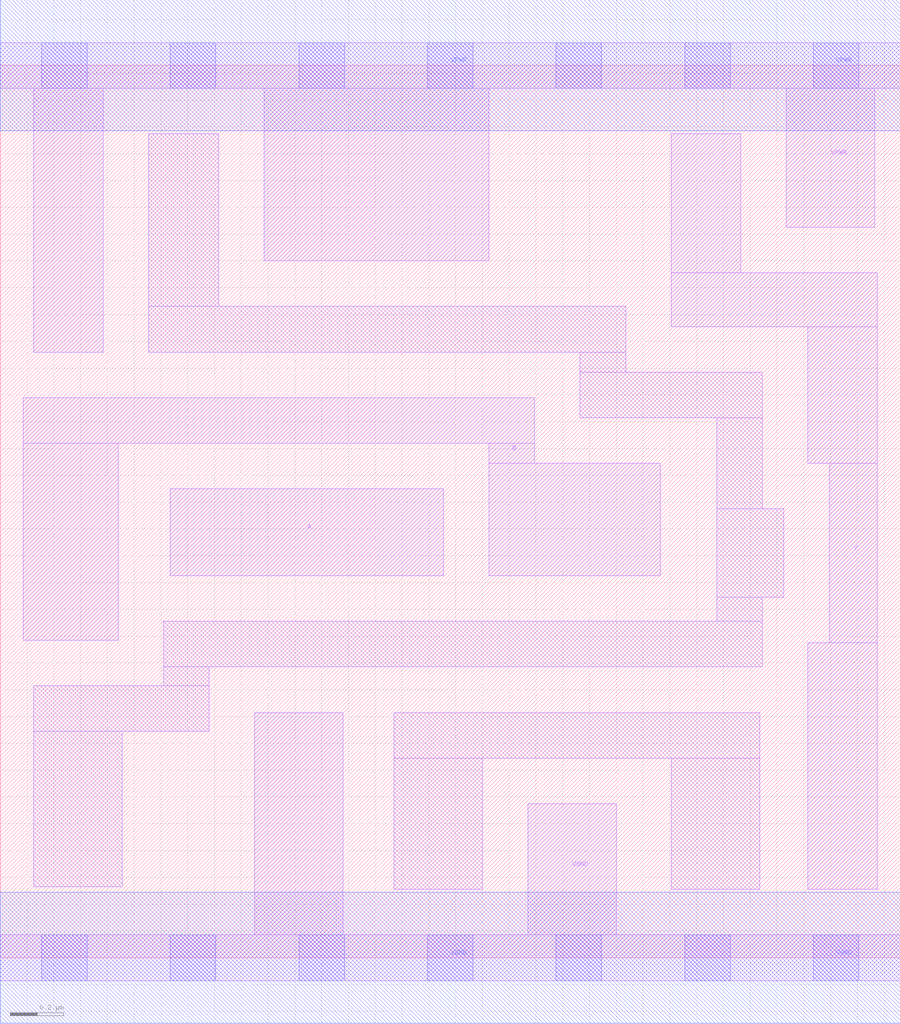
<source format=lef>
# Copyright 2020 The SkyWater PDK Authors
#
# Licensed under the Apache License, Version 2.0 (the "License");
# you may not use this file except in compliance with the License.
# You may obtain a copy of the License at
#
#     https://www.apache.org/licenses/LICENSE-2.0
#
# Unless required by applicable law or agreed to in writing, software
# distributed under the License is distributed on an "AS IS" BASIS,
# WITHOUT WARRANTIES OR CONDITIONS OF ANY KIND, either express or implied.
# See the License for the specific language governing permissions and
# limitations under the License.
#
# SPDX-License-Identifier: Apache-2.0

VERSION 5.7 ;
  NAMESCASESENSITIVE ON ;
  NOWIREEXTENSIONATPIN ON ;
  DIVIDERCHAR "/" ;
  BUSBITCHARS "[]" ;
UNITS
  DATABASE MICRONS 200 ;
END UNITS
MACRO sky130_fd_sc_lp__xnor2_1
  CLASS CORE ;
  SOURCE USER ;
  FOREIGN sky130_fd_sc_lp__xnor2_1 ;
  ORIGIN  0.000000  0.000000 ;
  SIZE  3.360000 BY  3.330000 ;
  SYMMETRY X Y R90 ;
  SITE unit ;
  PIN A
    ANTENNAGATEAREA  0.630000 ;
    DIRECTION INPUT ;
    USE SIGNAL ;
    PORT
      LAYER li1 ;
        RECT 0.635000 1.425000 1.655000 1.750000 ;
    END
  END A
  PIN B
    ANTENNAGATEAREA  0.630000 ;
    DIRECTION INPUT ;
    USE SIGNAL ;
    PORT
      LAYER li1 ;
        RECT 0.085000 1.185000 0.440000 1.920000 ;
        RECT 0.085000 1.920000 1.995000 2.090000 ;
        RECT 1.825000 1.425000 2.465000 1.845000 ;
        RECT 1.825000 1.845000 1.995000 1.920000 ;
    END
  END B
  PIN Y
    ANTENNADIFFAREA  0.657300 ;
    DIRECTION OUTPUT ;
    USE SIGNAL ;
    PORT
      LAYER li1 ;
        RECT 2.505000 2.355000 3.275000 2.555000 ;
        RECT 2.505000 2.555000 2.765000 3.075000 ;
        RECT 3.015000 0.255000 3.275000 1.175000 ;
        RECT 3.015000 1.845000 3.275000 2.355000 ;
        RECT 3.095000 1.175000 3.275000 1.845000 ;
    END
  END Y
  PIN VGND
    DIRECTION INOUT ;
    USE GROUND ;
    PORT
      LAYER li1 ;
        RECT 0.000000 -0.085000 3.360000 0.085000 ;
        RECT 0.950000  0.085000 1.280000 0.915000 ;
        RECT 1.970000  0.085000 2.300000 0.575000 ;
      LAYER mcon ;
        RECT 0.155000 -0.085000 0.325000 0.085000 ;
        RECT 0.635000 -0.085000 0.805000 0.085000 ;
        RECT 1.115000 -0.085000 1.285000 0.085000 ;
        RECT 1.595000 -0.085000 1.765000 0.085000 ;
        RECT 2.075000 -0.085000 2.245000 0.085000 ;
        RECT 2.555000 -0.085000 2.725000 0.085000 ;
        RECT 3.035000 -0.085000 3.205000 0.085000 ;
      LAYER met1 ;
        RECT 0.000000 -0.245000 3.360000 0.245000 ;
    END
  END VGND
  PIN VPWR
    DIRECTION INOUT ;
    USE POWER ;
    PORT
      LAYER li1 ;
        RECT 0.000000 3.245000 3.360000 3.415000 ;
        RECT 0.125000 2.260000 0.385000 3.245000 ;
        RECT 0.985000 2.600000 1.825000 3.245000 ;
        RECT 2.935000 2.725000 3.265000 3.245000 ;
      LAYER mcon ;
        RECT 0.155000 3.245000 0.325000 3.415000 ;
        RECT 0.635000 3.245000 0.805000 3.415000 ;
        RECT 1.115000 3.245000 1.285000 3.415000 ;
        RECT 1.595000 3.245000 1.765000 3.415000 ;
        RECT 2.075000 3.245000 2.245000 3.415000 ;
        RECT 2.555000 3.245000 2.725000 3.415000 ;
        RECT 3.035000 3.245000 3.205000 3.415000 ;
      LAYER met1 ;
        RECT 0.000000 3.085000 3.360000 3.575000 ;
    END
  END VPWR
  OBS
    LAYER li1 ;
      RECT 0.125000 0.265000 0.455000 0.845000 ;
      RECT 0.125000 0.845000 0.780000 1.015000 ;
      RECT 0.555000 2.260000 2.335000 2.430000 ;
      RECT 0.555000 2.430000 0.815000 3.075000 ;
      RECT 0.610000 1.015000 0.780000 1.085000 ;
      RECT 0.610000 1.085000 2.845000 1.255000 ;
      RECT 1.470000 0.255000 1.800000 0.745000 ;
      RECT 1.470000 0.745000 2.835000 0.915000 ;
      RECT 2.165000 2.015000 2.845000 2.185000 ;
      RECT 2.165000 2.185000 2.335000 2.260000 ;
      RECT 2.505000 0.255000 2.835000 0.745000 ;
      RECT 2.675000 1.255000 2.845000 1.345000 ;
      RECT 2.675000 1.345000 2.925000 1.675000 ;
      RECT 2.675000 1.675000 2.845000 2.015000 ;
  END
END sky130_fd_sc_lp__xnor2_1

</source>
